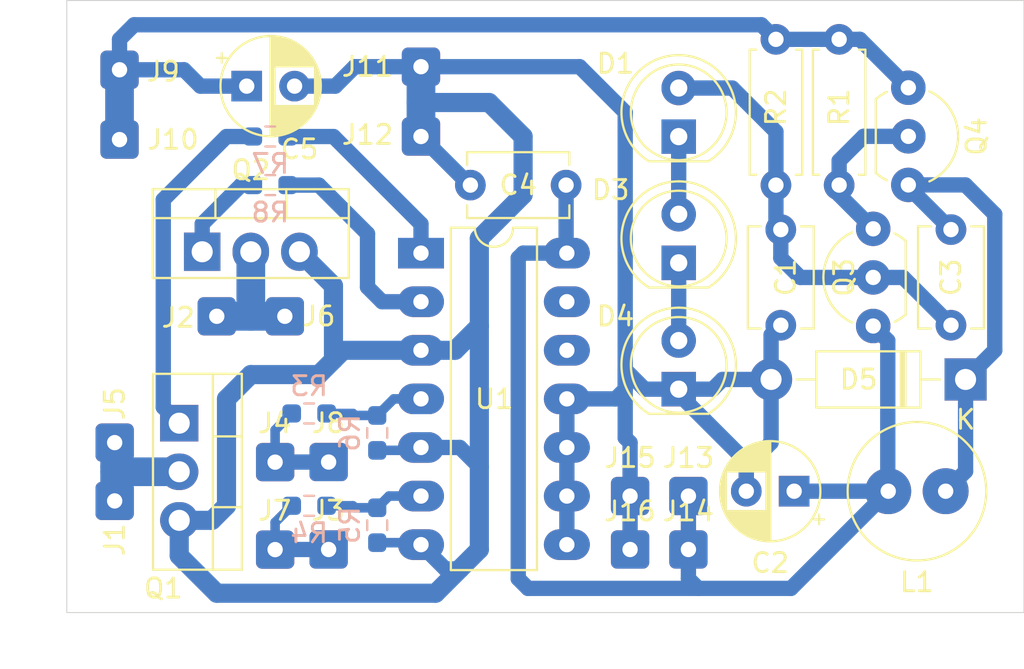
<source format=kicad_pcb>
(kicad_pcb (version 20240108) (generator "pcbnew") (generator_version "8.0")
  (layers (0 "F.Cu" signal) (31 "B.Cu" signal) (34 "B.Paste" user) (35 "F.Paste" user) (36 "B.SilkS" user "B.Silkscreen") (37 "F.SilkS" user "F.Silkscreen") (38 "B.Mask" user) (39 "F.Mask" user) (44 "Edge.Cuts" user))
  (net 0 "")
  (net 1 "Net-(D1-A)")
  (net 2 "GND")
  (net 3 "/Vo")
  (net 4 "Net-(D5-K)")
  (net 5 "VCC")
  (net 6 "Net-(D1-K)")
  (net 7 "Net-(D3-K)")
  (net 8 "/A")
  (net 9 "/B")
  (net 10 "/Set")
  (net 11 "/Reset")
  (net 12 "Net-(Q1-G)")
  (net 13 "Net-(Q2-G)")
  (net 14 "Net-(Q3-C)")
  (net 17 "Net-(U1A-R)")
  (net 18 "Net-(U1A-S)")
  (net 19 "Net-(U1A-Q)")
  (net 20 "Net-(U1A-~{Q})")
  (footprint "Resistor_THT:R_Axial_DIN0207_L6.3mm_D2.5mm_P7.62mm_Horizontal" (layer "F.Cu") (at 115.316 85.852 -90)
    (property "Reference" "R2" (at 3.556 0 90) (layer "F.SilkS"))
    (property "Value" "12k")
    (pad "1" thru_hole circle (at 0 0 270) (size 1.6 1.6) (drill 0.8) (layers "*.Cu" "*.Mask") (net 5 "VCC"))
    (pad "2" thru_hole oval (at 7.62 0 270) (size 1.6 1.6) (drill 0.8) (layers "*.Cu" "*.Mask") (net 1 "Net-(D1-A)"))
  )
  (footprint "Connector_Wire:SolderWire-0.1sqmm_1x01_D0.4mm_OD1mm" (layer "F.Cu") (at 110.744 112.522)
    (property "Reference" "J14" (at 0 -2 0) (layer "F.SilkS"))
    (property "Value" "Conn_01x01_Pin")
    (pad "1" thru_hole roundrect (at 0 0) (size 2 2) (drill 0.8) (layers "*.Cu" "*.Mask") (roundrect_rratio 0.15625) (net 3 "/Vo"))
  )
  (footprint "Package_TO_SOT_THT:TO-92L_Inline_Wide" (layer "F.Cu") (at 122.232 88.382 -90)
    (property "Reference" "Q4" (at 2.54 -3.56 90) (layer "F.SilkS"))
    (property "Value" "Q_PNP_EBC")
    (pad "1" thru_hole circle (at 0 0 270) (size 1.8 1.8) (drill 0.8) (layers "*.Cu" "*.Mask") (net 5 "VCC"))
    (pad "2" thru_hole circle (at 2.54 0 270) (size 1.8 1.8) (drill 0.8) (layers "*.Cu" "*.Mask") (net 14 "Net-(Q3-C)"))
    (pad "3" thru_hole circle (at 5.08 0 270) (size 1.8 1.8) (drill 0.8) (layers "*.Cu" "*.Mask") (net 4 "Net-(D5-K)"))
  )
  (footprint "Resistor_THT:R_Axial_DIN0207_L6.3mm_D2.5mm_P7.62mm_Horizontal" (layer "F.Cu") (at 118.618 85.852 -90)
    (property "Reference" "R1" (at 3.556 0 90) (layer "F.SilkS"))
    (property "Value" "470")
    (pad "1" thru_hole circle (at 0 0 270) (size 1.6 1.6) (drill 0.8) (layers "*.Cu" "*.Mask") (net 5 "VCC"))
    (pad "2" thru_hole oval (at 7.62 0 270) (size 1.6 1.6) (drill 0.8) (layers "*.Cu" "*.Mask") (net 14 "Net-(Q3-C)"))
  )
  (footprint "Connector_Wire:SolderWire-0.1sqmm_1x01_D0.4mm_OD1mm" (layer "F.Cu") (at 91.948 107.95 90)
    (property "Reference" "J8" (at 2.037 -0.015 0) (layer "F.SilkS"))
    (property "Value" "Conn_01x01_Pin")
    (pad "1" thru_hole roundrect (at 0 0 90) (size 2 2) (drill 0.8) (layers "*.Cu" "*.Mask") (roundrect_rratio 0.15625) (net 11 "/Reset"))
  )
  (footprint "Diode_THT:D_DO-41_SOD81_P10.16mm_Horizontal" (layer "F.Cu") (at 125.222 103.632 180)
    (property "Reference" "D5" (at 5.588 0 180) (layer "F.SilkS"))
    (property "Value" "1N5817")
    (fp_text user "K" (at 0 -2.1 180) (layer "F.SilkS"))
    (pad "1" thru_hole rect (at 0 0 180) (size 2.2 2.2) (drill 1.1) (layers "*.Cu" "*.Mask") (net 4 "Net-(D5-K)"))
    (pad "2" thru_hole oval (at 10.16 0 180) (size 2.2 2.2) (drill 1.1) (layers "*.Cu" "*.Mask") (net 2 "GND"))
  )
  (footprint "Connector_Wire:SolderWire-0.1sqmm_1x01_D0.4mm_OD1mm" (layer "F.Cu") (at 107.696 109.728)
    (property "Reference" "J15" (at 0 -2 0) (layer "F.SilkS"))
    (property "Value" "Conn_01x01_Pin")
    (pad "1" thru_hole roundrect (at 0 0) (size 2 2) (drill 0.8) (layers "*.Cu" "*.Mask") (roundrect_rratio 0.15625) (net 2 "GND"))
  )
  (footprint "Connector_Wire:SolderWire-0.1sqmm_1x01_D0.4mm_OD1mm" (layer "F.Cu") (at 80.772 109.982 90)
    (property "Reference" "J1" (at -2.032 0 -90) (layer "F.SilkS"))
    (property "Value" "Conn_01x01_Pin")
    (pad "1" thru_hole roundrect (at 0 0 90) (size 2 2) (drill 0.8) (layers "*.Cu" "*.Mask") (roundrect_rratio 0.15625) (net 8 "/A"))
  )
  (footprint "Capacitor_THT:C_Disc_D5.1mm_W3.2mm_P5.00mm" (layer "F.Cu") (at 124.46 100.798 90)
    (property "Reference" "C3" (at 2.5 0 -90) (layer "F.SilkS"))
    (property "Value" "4n7")
    (pad "1" thru_hole circle (at 0 0 90) (size 1.6 1.6) (drill 0.8) (layers "*.Cu" "*.Mask") (net 1 "Net-(D1-A)"))
    (pad "2" thru_hole circle (at 5 0 90) (size 1.6 1.6) (drill 0.8) (layers "*.Cu" "*.Mask") (net 4 "Net-(D5-K)"))
  )
  (footprint "Capacitor_THT:CP_Radial_D5.0mm_P2.50mm" (layer "F.Cu") (at 116.267113 109.474 180)
    (property "Reference" "C2" (at 1.25 -3.75 180) (layer "F.SilkS"))
    (property "Value" "100u")
    (pad "1" thru_hole rect (at 0 0 180) (size 1.6 1.6) (drill 0.8) (layers "*.Cu" "*.Mask") (net 3 "/Vo"))
    (pad "2" thru_hole circle (at 2.5 0 180) (size 1.6 1.6) (drill 0.8) (layers "*.Cu" "*.Mask") (net 2 "GND"))
  )
  (footprint "Package_DIP:DIP-14_W7.62mm_LongPads" (layer "F.Cu") (at 96.774 97.028)
    (property "Reference" "U1" (at 3.825 7.625 0) (layer "F.SilkS"))
    (property "Value" "4013")
    (pad "1" thru_hole rect (at 0 0) (size 2.4 1.6) (drill 0.8) (layers "*.Cu" "*.Mask") (net 19 "Net-(U1A-Q)"))
    (pad "2" thru_hole oval (at 0 2.54) (size 2.4 1.6) (drill 0.8) (layers "*.Cu" "*.Mask") (net 20 "Net-(U1A-~{Q})"))
    (pad "3" thru_hole oval (at 0 5.08) (size 2.4 1.6) (drill 0.8) (layers "*.Cu" "*.Mask") (net 2 "GND"))
    (pad "4" thru_hole oval (at 0 7.62) (size 2.4 1.6) (drill 0.8) (layers "*.Cu" "*.Mask") (net 17 "Net-(U1A-R)"))
    (pad "5" thru_hole oval (at 0 10.16) (size 2.4 1.6) (drill 0.8) (layers "*.Cu" "*.Mask") (net 2 "GND"))
    (pad "6" thru_hole oval (at 0 12.7) (size 2.4 1.6) (drill 0.8) (layers "*.Cu" "*.Mask") (net 18 "Net-(U1A-S)"))
    (pad "7" thru_hole oval (at 0 15.24) (size 2.4 1.6) (drill 0.8) (layers "*.Cu" "*.Mask") (net 2 "GND"))
    (pad "8" thru_hole oval (at 7.62 15.24) (size 2.4 1.6) (drill 0.8) (layers "*.Cu" "*.Mask") (net 2 "GND"))
    (pad "9" thru_hole oval (at 7.62 12.7) (size 2.4 1.6) (drill 0.8) (layers "*.Cu" "*.Mask") (net 2 "GND"))
    (pad "10" thru_hole oval (at 7.62 10.16) (size 2.4 1.6) (drill 0.8) (layers "*.Cu" "*.Mask") (net 2 "GND"))
    (pad "11" thru_hole oval (at 7.62 7.62) (size 2.4 1.6) (drill 0.8) (layers "*.Cu" "*.Mask") (net 2 "GND"))
    (pad "12" thru_hole oval (at 7.62 5.08) (size 2.4 1.6) (drill 0.8) (layers "*.Cu" "*.Mask"))
    (pad "13" thru_hole oval (at 7.62 2.54) (size 2.4 1.6) (drill 0.8) (layers "*.Cu" "*.Mask"))
    (pad "14" thru_hole oval (at 7.62 0) (size 2.4 1.6) (drill 0.8) (layers "*.Cu" "*.Mask") (net 3 "/Vo"))
  )
  (footprint "Package_TO_SOT_THT:TO-220-3_Vertical" (layer "F.Cu") (at 85.344 96.957)
    (property "Reference" "Q2" (at 2.54 -4.27 0) (layer "F.SilkS"))
    (property "Value" "IRFZ44N")
    (pad "1" thru_hole rect (at 0 0) (size 1.905 2) (drill 1.1) (layers "*.Cu" "*.Mask") (net 13 "Net-(Q2-G)"))
    (pad "2" thru_hole oval (at 2.54 0) (size 1.905 2) (drill 1.1) (layers "*.Cu" "*.Mask") (net 9 "/B"))
    (pad "3" thru_hole oval (at 5.08 0) (size 1.905 2) (drill 1.1) (layers "*.Cu" "*.Mask") (net 2 "GND"))
  )
  (footprint "Capacitor_THT:C_Disc_D5.1mm_W3.2mm_P5.00mm" (layer "F.Cu") (at 115.57 95.798 -90)
    (property "Reference" "C1" (at 2.5 -0.254 90) (layer "F.SilkS"))
    (property "Value" "10n")
    (pad "1" thru_hole circle (at 0 0 270) (size 1.6 1.6) (drill 0.8) (layers "*.Cu" "*.Mask") (net 1 "Net-(D1-A)"))
    (pad "2" thru_hole circle (at 5 0 270) (size 1.6 1.6) (drill 0.8) (layers "*.Cu" "*.Mask") (net 2 "GND"))
  )
  (footprint "Connector_Wire:SolderWire-0.1sqmm_1x01_D0.4mm_OD1mm" (layer "F.Cu") (at 86.106 100.33 90)
    (property "Reference" "J2" (at -0.066 -2.015 0) (layer "F.SilkS"))
    (property "Value" "Conn_01x01_Pin")
    (pad "1" thru_hole roundrect (at 0 0 90) (size 2 2) (drill 0.8) (layers "*.Cu" "*.Mask") (roundrect_rratio 0.15625) (net 9 "/B"))
  )
  (footprint "Connector_Wire:SolderWire-0.1sqmm_1x01_D0.4mm_OD1mm" (layer "F.Cu") (at 96.774 87.282)
    (property "Reference" "J11" (at -2.794 0 0) (layer "F.SilkS"))
    (property "Value" "Conn_01x01_Pin")
    (pad "1" thru_hole roundrect (at 0 0) (size 2 2) (drill 0.8) (layers "*.Cu" "*.Mask") (roundrect_rratio 0.15625) (net 2 "GND"))
  )
  (footprint "Capacitor_THT:C_Disc_D5.1mm_W3.2mm_P5.00mm" (layer "F.Cu") (at 104.354 93.472 180)
    (property "Reference" "C4" (at 2.5 0 180) (layer "F.SilkS"))
    (property "Value" "0.1u")
    (pad "1" thru_hole circle (at 0 0 180) (size 1.6 1.6) (drill 0.8) (layers "*.Cu" "*.Mask") (net 3 "/Vo"))
    (pad "2" thru_hole circle (at 5 0 180) (size 1.6 1.6) (drill 0.8) (layers "*.Cu" "*.Mask") (net 2 "GND"))
  )
  (footprint "Connector_Wire:SolderWire-0.1sqmm_1x01_D0.4mm_OD1mm" (layer "F.Cu") (at 110.744 109.728)
    (property "Reference" "J13" (at 0 -2 0) (layer "F.SilkS"))
    (property "Value" "Conn_01x01_Pin")
    (pad "1" thru_hole roundrect (at 0 0) (size 2 2) (drill 0.8) (layers "*.Cu" "*.Mask") (roundrect_rratio 0.15625) (net 3 "/Vo"))
  )
  (footprint "Connector_Wire:SolderWire-0.1sqmm_1x01_D0.4mm_OD1mm" (layer "F.Cu") (at 81.026 91.092)
    (property "Reference" "J10" (at 2.794 0 0) (layer "F.SilkS"))
    (property "Value" "Conn_01x01_Pin")
    (pad "1" thru_hole roundrect (at 0 0) (size 2 2) (drill 0.8) (layers "*.Cu" "*.Mask") (roundrect_rratio 0.15625) (net 5 "VCC"))
  )
  (footprint "Connector_Wire:SolderWire-0.1sqmm_1x01_D0.4mm_OD1mm" (layer "F.Cu") (at 89.662 100.33 90)
    (property "Reference" "J6" (at 0 1.778 0) (layer "F.SilkS"))
    (property "Value" "Conn_01x01_Pin")
    (pad "1" thru_hole roundrect (at 0 0 90) (size 2 2) (drill 0.8) (layers "*.Cu" "*.Mask") (roundrect_rratio 0.15625) (net 9 "/B"))
  )
  (footprint "Connector_Wire:SolderWire-0.1sqmm_1x01_D0.4mm_OD1mm" (layer "F.Cu") (at 107.696 112.522)
    (property "Reference" "J16" (at 0 -2 0) (layer "F.SilkS"))
    (property "Value" "Conn_01x01_Pin")
    (pad "1" thru_hole roundrect (at 0 0) (size 2 2) (drill 0.8) (layers "*.Cu" "*.Mask") (roundrect_rratio 0.15625) (net 2 "GND"))
  )
  (footprint "Capacitor_THT:CP_Radial_D5.0mm_P2.50mm" (layer "F.Cu") (at 87.67 88.298)
    (property "Reference" "C5" (at 2.754 3.302 0) (layer "F.SilkS"))
    (property "Value" "100u")
    (pad "1" thru_hole rect (at 0 0) (size 1.6 1.6) (drill 0.8) (layers "*.Cu" "*.Mask") (net 5 "VCC"))
    (pad "2" thru_hole circle (at 2.5 0) (size 1.6 1.6) (drill 0.8) (layers "*.Cu" "*.Mask") (net 2 "GND"))
  )
  (footprint "Connector_Wire:SolderWire-0.1sqmm_1x01_D0.4mm_OD1mm" (layer "F.Cu") (at 89.154 107.955 90)
    (property "Reference" "J4" (at 2.037 -0.015 0) (layer "F.SilkS"))
    (property "Value" "Conn_01x01_Pin")
    (pad "1" thru_hole roundrect (at 0 0 90) (size 2 2) (drill 0.8) (layers "*.Cu" "*.Mask") (roundrect_rratio 0.15625) (net 11 "/Reset"))
  )
  (footprint "LED_THT:LED_D5.0mm" (layer "F.Cu") (at 110.236 97.536 90)
    (property "Reference" "D3" (at 3.81 -3.556 180) (layer "F.SilkS"))
    (property "Value" "LED")
    (pad "1" thru_hole rect (at 0 0 90) (size 1.8 1.8) (drill 0.9) (layers "*.Cu" "*.Mask") (net 7 "Net-(D3-K)"))
    (pad "2" thru_hole circle (at 2.54 0 90) (size 1.8 1.8) (drill 0.9) (layers "*.Cu" "*.Mask") (net 6 "Net-(D1-K)"))
  )
  (footprint "Package_TO_SOT_THT:TO-92L_Inline_Wide" (layer "F.Cu") (at 120.396 100.838 90)
    (property "Reference" "Q3" (at 2.54 -1.524 -90) (layer "F.SilkS"))
    (property "Value" "Q_NPN_EBC")
    (pad "1" thru_hole circle (at 0 0 90) (size 1.8 1.8) (drill 0.8) (layers "*.Cu" "*.Mask") (net 3 "/Vo"))
    (pad "2" thru_hole circle (at 2.54 0 90) (size 1.8 1.8) (drill 0.8) (layers "*.Cu" "*.Mask") (net 1 "Net-(D1-A)"))
    (pad "3" thru_hole circle (at 5.08 0 90) (size 1.8 1.8) (drill 0.8) (layers "*.Cu" "*.Mask") (net 14 "Net-(Q3-C)"))
  )
  (footprint "Connector_Wire:SolderWire-0.1sqmm_1x01_D0.4mm_OD1mm" (layer "F.Cu") (at 91.948 112.522 90)
    (property "Reference" "J3" (at 2.037 -0.015 0) (layer "F.SilkS"))
    (property "Value" "Conn_01x01_Pin")
    (pad "1" thru_hole roundrect (at 0 0 90) (size 2 2) (drill 0.8) (layers "*.Cu" "*.Mask") (roundrect_rratio 0.15625) (net 10 "/Set"))
  )
  (footprint "Connector_Wire:SolderWire-0.1sqmm_1x01_D0.4mm_OD1mm" (layer "F.Cu") (at 89.154 112.527 90)
    (property "Reference" "J7" (at 2.037 -0.015 0) (layer "F.SilkS"))
    (property "Value" "Conn_01x01_Pin")
    (pad "1" thru_hole roundrect (at 0 0 90) (size 2 2) (drill 0.8) (layers "*.Cu" "*.Mask") (roundrect_rratio 0.15625) (net 10 "/Set"))
  )
  (footprint "Connector_Wire:SolderWire-0.1sqmm_1x01_D0.4mm_OD1mm" (layer "F.Cu") (at 80.772 106.934 90)
    (property "Reference" "J5" (at 2.032 0 -90) (layer "F.SilkS"))
    (property "Value" "Conn_01x01_Pin")
    (pad "1" thru_hole roundrect (at 0 0 90) (size 2 2) (drill 0.8) (layers "*.Cu" "*.Mask") (roundrect_rratio 0.15625) (net 8 "/A"))
  )
  (footprint "Package_TO_SOT_THT:TO-220-3_Vertical" (layer "F.Cu") (at 84.145 105.918 -90)
    (property "Reference" "Q1" (at 8.636 0.833 180) (layer "F.SilkS"))
    (property "Value" "IRFZ44N")
    (pad "1" thru_hole rect (at 0 0 270) (size 1.905 2) (drill 1.1) (layers "*.Cu" "*.Mask") (net 12 "Net-(Q1-G)"))
    (pad "2" thru_hole oval (at 2.54 0 270) (size 1.905 2) (drill 1.1) (layers "*.Cu" "*.Mask") (net 8 "/A"))
    (pad "3" thru_hole oval (at 5.08 0 270) (size 1.905 2) (drill 1.1) (layers "*.Cu" "*.Mask") (net 2 "GND"))
  )
  (footprint "Inductor_THT:L_Radial_D7.0mm_P3.00mm" (layer "F.Cu") (at 124.182 109.474 180)
    (property "Reference" "L1" (at 1.5 -4.75 180) (layer "F.SilkS"))
    (property "Value" "L")
    (pad "1" thru_hole circle (at 0 0 180) (size 2.4 2.4) (drill 0.8) (layers "*.Cu" "*.Mask") (net 4 "Net-(D5-K)"))
    (pad "2" thru_hole circle (at 3 0 180) (size 2.4 2.4) (drill 0.8) (layers "*.Cu" "*.Mask") (net 3 "/Vo"))
  )
  (footprint "Connector_Wire:SolderWire-0.1sqmm_1x01_D0.4mm_OD1mm" (layer "F.Cu") (at 81.026 87.442)
    (property "Reference" "J9" (at 2.286 0.094 0) (layer "F.SilkS"))
    (property "Value" "Conn_01x01_Pin")
    (pad "1" thru_hole roundrect (at 0 0) (size 2 2) (drill 0.8) (layers "*.Cu" "*.Mask") (roundrect_rratio 0.15625) (net 5 "VCC"))
  )
  (footprint "Connector_Wire:SolderWire-0.1sqmm_1x01_D0.4mm_OD1mm" (layer "F.Cu") (at 96.774 90.932)
    (property "Reference" "J12" (at -2.794 -0.094 0) (layer "F.SilkS"))
    (property "Value" "Conn_01x01_Pin")
    (pad "1" thru_hole roundrect (at 0 0) (size 2 2) (drill 0.8) (layers "*.Cu" "*.Mask") (roundrect_rratio 0.15625) (net 2 "GND"))
  )
  (footprint "LED_THT:LED_D5.0mm" (layer "F.Cu") (at 110.236 90.937 90)
    (property "Reference" "D1" (at 3.815 -3.302 180) (layer "F.SilkS"))
    (property "Value" "LED")
    (pad "1" thru_hole rect (at 0 0 90) (size 1.8 1.8) (drill 0.9) (layers "*.Cu" "*.Mask") (net 6 "Net-(D1-K)"))
    (pad "2" thru_hole circle (at 2.54 0 90) (size 1.8 1.8) (drill 0.9) (layers "*.Cu" "*.Mask") (net 1 "Net-(D1-A)"))
  )
  (footprint "LED_THT:LED_D5.0mm" (layer "F.Cu") (at 110.236 104.14 90)
    (property "Reference" "D4" (at 3.81 -3.302 0) (layer "F.SilkS"))
    (property "Value" "LED")
    (pad "1" thru_hole rect (at 0 0 90) (size 1.8 1.8) (drill 0.9) (layers "*.Cu" "*.Mask") (net 2 "GND"))
    (pad "2" thru_hole circle (at 2.54 0 90) (size 1.8 1.8) (drill 0.9) (layers "*.Cu" "*.Mask") (net 7 "Net-(D3-K)"))
  )
  (footprint "Resistor_SMD:R_0603_1608Metric_Pad0.98x0.95mm_HandSolder" (layer "B.Cu") (at 88.9 93.472)
    (property "Reference" "R8" (at 0 1.43 360) (layer "B.SilkS") (effects (justify mirror)))
    (property "Value" "560")
    (pad "1" smd roundrect (at -0.9125 0) (size 0.975 0.95) (layers "B.Cu" "B.Paste" "B.Mask") (net 13 "Net-(Q2-G)"))
    (pad "2" smd roundrect (at 0.9125 0) (size 0.975 0.95) (layers "B.Cu" "B.Paste" "B.Mask") (net 20 "Net-(U1A-~{Q})"))
  )
  (footprint "Resistor_SMD:R_0603_1608Metric_Pad0.98x0.95mm_HandSolder" (layer "B.Cu") (at 94.488 106.426 -90)
    (property "Reference" "R6" (at 0 1.43 90) (layer "B.SilkS") (effects (justify mirror)))
    (property "Value" "12k")
    (pad "1" smd roundrect (at -0.9125 0 270) (size 0.975 0.95) (layers "B.Cu" "B.Paste" "B.Mask") (net 17 "Net-(U1A-R)"))
    (pad "2" smd roundrect (at 0.9125 0 270) (size 0.975 0.95) (layers "B.Cu" "B.Paste" "B.Mask") (net 2 "GND"))
  )
  (footprint "Resistor_SMD:R_0603_1608Metric_Pad0.98x0.95mm_HandSolder" (layer "B.Cu") (at 90.932 110.236)
    (property "Reference" "R4" (at 0 1.43 360) (layer "B.SilkS") (effects (justify mirror)))
    (property "Value" "1k")
    (pad "1" smd roundrect (at -0.9125 0) (size 0.975 0.95) (layers "B.Cu" "B.Paste" "B.Mask") (net 10 "/Set"))
    (pad "2" smd roundrect (at 0.9125 0) (size 0.975 0.95) (layers "B.Cu" "B.Paste" "B.Mask") (net 18 "Net-(U1A-S)"))
  )
  (footprint "Resistor_SMD:R_0603_1608Metric_Pad0.98x0.95mm_HandSolder" (layer "B.Cu") (at 90.932 105.41 180)
    (property "Reference" "R3" (at 0 1.43 180) (layer "B.SilkS") (effects (justify mirror)))
    (property "Value" "1k")
    (pad "1" smd roundrect (at -0.9125 0 180) (size 0.975 0.95) (layers "B.Cu" "B.Paste" "B.Mask") (net 17 "Net-(U1A-R)"))
    (pad "2" smd roundrect (at 0.9125 0 180) (size 0.975 0.95) (layers "B.Cu" "B.Paste" "B.Mask") (net 11 "/Reset"))
  )
  (footprint "Resistor_SMD:R_0603_1608Metric_Pad0.98x0.95mm_HandSolder" (layer "B.Cu") (at 88.9 90.932)
    (property "Reference" "R7" (at 0 1.43 360) (layer "B.SilkS") (effects (justify mirror)))
    (property "Value" "560")
    (pad "1" smd roundrect (at -0.9125 0) (size 0.975 0.95) (layers "B.Cu" "B.Paste" "B.Mask") (net 12 "Net-(Q1-G)"))
    (pad "2" smd roundrect (at 0.9125 0) (size 0.975 0.95) (layers "B.Cu" "B.Paste" "B.Mask") (net 19 "Net-(U1A-Q)"))
  )
  (footprint "Resistor_SMD:R_0603_1608Metric_Pad0.98x0.95mm_HandSolder" (layer "B.Cu") (at 94.488 111.252 -90)
    (property "Reference" "R5" (at 0 1.43 90) (layer "B.SilkS") (effects (justify mirror)))
    (property "Value" "12k")
    (pad "1" smd roundrect (at -0.9125 0 270) (size 0.975 0.95) (layers "B.Cu" "B.Paste" "B.Mask") (net 18 "Net-(U1A-S)"))
    (pad "2" smd roundrect (at 0.9125 0 270) (size 0.975 0.95) (layers "B.Cu" "B.Paste" "B.Mask") (net 2 "GND"))
  )
  (gr_rect (start 78.27 83.82) (end 128.27 115.82) (stroke (width 0.05)) (fill none) (layer "Edge.Cuts"))
  (segment (start 113.032792 88.397) (end 115.316 90.680208) (width 0.8) (layer "B.Cu") (net 1))
  (segment (start 115.316 90.680208) (end 115.316 93.472) (width 0.8) (layer "B.Cu") (net 1))
  (segment (start 115.316 93.472) (end 115.316 95.544) (width 0.8) (layer "B.Cu") (net 1))
  (segment (start 115.316 95.544) (end 115.57 95.798) (width 0.8) (layer "B.Cu") (net 1))
  (segment (start 121.96 98.298) (end 124.46 100.798) (width 0.8) (layer "B.Cu") (net 1))
  (segment (start 115.57 95.798) (end 115.57 97.282) (width 0.8) (layer "B.Cu") (net 1))
  (segment (start 110.236 88.397) (end 113.032792 88.397) (width 0.8) (layer "B.Cu") (net 1))
  (segment (start 116.586 98.298) (end 120.396 98.298) (width 0.8) (layer "B.Cu") (net 1))
  (segment (start 115.57 97.282) (end 116.586 98.298) (width 0.8) (layer "B.Cu") (net 1))
  (segment (start 120.396 98.298) (end 121.96 98.298) (width 0.8) (layer "B.Cu") (net 1))
  (segment (start 96.774 107.188) (end 98.806 107.188) (width 0.8) (layer "B.Cu") (net 2))
  (segment (start 104.394 104.648) (end 104.394 107.188) (width 0.8) (layer "B.Cu") (net 2))
  (segment (start 98.552 102.108) (end 99.822 100.838) (width 1) (layer "B.Cu") (net 2))
  (segment (start 91.44 103.378) (end 92.202 102.616) (width 1) (layer "B.Cu") (net 2))
  (segment (start 110.236 104.394) (end 110.236 104.14) (width 0.8) (layer "B.Cu") (net 2))
  (segment (start 115.062 101.306) (end 115.57 100.798) (width 0.8) (layer "B.Cu") (net 2))
  (segment (start 96.774 87.282) (end 105.062 87.282) (width 0.8) (layer "B.Cu") (net 2))
  (segment (start 90.17 88.298) (end 92.296 88.298) (width 0.8) (layer "B.Cu") (net 2))
  (segment (start 99.822 112.522) (end 99.822 108.204) (width 1) (layer "B.Cu") (net 2))
  (segment (start 104.394 104.648) (end 106.934 104.648) (width 0.8) (layer "B.Cu") (net 2))
  (segment (start 99.822 108.204) (end 99.822 100.838) (width 1) (layer "B.Cu") (net 2))
  (segment (start 107.696 106.934) (end 107.696 109.728) (width 0.8) (layer "B.Cu") (net 2))
  (segment (start 104.394 107.188) (end 104.394 109.728) (width 0.8) (layer "B.Cu") (net 2))
  (segment (start 87.884 103.378) (end 91.44 103.378) (width 1) (layer "B.Cu") (net 2))
  (segment (start 107.442 103.378) (end 107.442 103.124) (width 0.8) (layer "B.Cu") (net 2))
  (segment (start 96.6235 107.3385) (end 96.774 107.188) (width 0.5) (layer "B.Cu") (net 2))
  (segment (start 107.696 109.728) (end 107.696 112.522) (width 0.8) (layer "B.Cu") (net 2))
  (segment (start 107.442 103.378) (end 107.442 106.68) (width 0.8) (layer "B.Cu") (net 2))
  (segment (start 107.442 104.14) (end 107.442 103.378) (width 0.8) (layer "B.Cu") (net 2))
  (segment (start 96.6705 112.1645) (end 96.774 112.268) (width 0.5) (layer "B.Cu") (net 2))
  (segment (start 113.767113 108.228887) (end 113.767113 109.474) (width 0.8) (layer "B.Cu") (net 2))
  (segment (start 102.108 93.98) (end 102.108 90.932) (width 1) (layer "B.Cu") (net 2))
  (segment (start 108.458 104.14) (end 110.236 104.14) (width 0.8) (layer "B.Cu") (net 2))
  (segment (start 84.145 112.847) (end 86.106 114.808) (width 1) (layer "B.Cu") (net 2))
  (segment (start 105.062 87.282) (end 107.442 89.662) (width 0.8) (layer "B.Cu") (net 2))
  (segment (start 96.774 89.154) (end 96.774 90.932) (width 1.5) (layer "B.Cu") (net 2))
  (segment (start 92.202 102.616) (end 92.202 98.735) (width 1) (layer "B.Cu") (net 2))
  (segment (start 115.062 103.632) (end 115.062 106.934) (width 0.8) (layer "B.Cu") (net 2))
  (segment (start 102.108 90.932) (end 100.33 89.154) (width 1) (layer "B.Cu") (net 2))
  (segment (start 106.934 104.648) (end 107.442 104.14) (width 0.8) (layer "B.Cu") (net 2))
  (segment (start 86.106 114.808) (end 97.536 114.808) (width 1) (layer "B.Cu") (net 2))
  (segment (start 92.71 102.108) (end 92.202 102.616) (width 1) (layer "B.Cu") (net 2))
  (segment (start 99.822 100.838) (end 99.822 96.266) (width 1) (layer "B.Cu") (net 2))
  (segment (start 84.145 110.998) (end 85.852 110.998) (width 1) (layer "B.Cu") (net 2))
  (segment (start 110.236 104.14) (end 112.014 104.14) (width 0.8) (layer "B.Cu") (net 2))
  (segment (start 107.442 103.124) (end 108.458 104.14) (width 0.8) (layer "B.Cu") (net 2))
  (segment (start 94.488 107.3385) (end 96.6235 107.3385) (width 0.5) (layer "B.Cu") (net 2))
  (segment (start 96.774 112.268) (end 98.044 113.538) (width 0.8) (layer "B.Cu") (net 2))
  (segment (start 99.314 93.472) (end 96.774 90.932) (width 0.8) (layer "B.Cu") (net 2))
  (segment (start 113.767113 107.925113) (end 110.236 104.394) (width 0.8) (layer "B.Cu") (net 2))
  (segment (start 113.767113 109.068113) (end 113.767113 109.474) (width 0.8) (layer "B.Cu") (net 2))
  (segment (start 99.822 96.266) (end 102.108 93.98) (width 1) (layer "B.Cu") (net 2))
  (segment (start 96.774 87.282) (end 96.774 89.154) (width 1.5) (layer "B.Cu") (net 2))
  (segment (start 115.062 106.934) (end 113.767113 108.228887) (width 0.8) (layer "B.Cu") (net 2))
  (segment (start 84.145 110.998) (end 84.145 112.847) (width 1) (layer "B.Cu") (net 2))
  (segment (start 85.852 110.998) (end 86.614 110.236) (width 1) (layer "B.Cu") (net 2))
  (segment (start 100.33 89.154) (end 96.774 89.154) (width 1) (layer "B.Cu") (net 2))
  (segment (start 98.806 113.538) (end 99.822 112.522) (width 1) (layer "B.Cu") (net 2))
  (segment (start 86.614 110.236) (end 86.614 104.648) (width 1) (layer "B.Cu") (net 2))
  (segment (start 107.442 106.68) (end 107.696 106.934) (width 0.8) (layer "B.Cu") (net 2))
  (segment (start 92.202 98.735) (end 90.424 96.957) (width 1) (layer "B.Cu") (net 2))
  (segment (start 112.014 104.14) (end 112.522 103.632) (width 0.8) (layer "B.Cu") (net 2))
  (segment (start 94.488 112.1645) (end 96.6705 112.1645) (width 0.5) (layer "B.Cu") (net 2))
  (segment (start 99.354 93.472) (end 99.314 93.472) (width 0.8) (layer "B.Cu") (net 2))
  (segment (start 112.522 103.632) (end 115.062 103.632) (width 0.8) (layer "B.Cu") (net 2))
  (segment (start 96.774 102.108) (end 98.552 102.108) (width 1) (layer "B.Cu") (net 2))
  (segment (start 107.442 89.662) (end 107.442 103.124) (width 0.8) (layer "B.Cu") (net 2))
  (segment (start 115.062 103.632) (end 115.062 101.306) (width 0.8) (layer "B.Cu") (net 2))
  (segment (start 96.774 102.108) (end 92.71 102.108) (width 1) (layer "B.Cu") (net 2))
  (segment (start 98.806 107.188) (end 99.822 108.204) (width 0.8) (layer "B.Cu") (net 2))
  (segment (start 97.536 114.808) (end 98.806 113.538) (width 1) (layer "B.Cu") (net 2))
  (segment (start 92.296 88.298) (end 93.312 87.282) (width 0.8) (layer "B.Cu") (net 2))
  (segment (start 86.614 104.648) (end 87.884 103.378) (width 1) (layer "B.Cu") (net 2))
  (segment (start 113.767113 109.474) (end 113.767113 107.925113) (width 0.8) (layer "B.Cu") (net 2))
  (segment (start 93.312 87.282) (end 96.774 87.282) (width 0.8) (layer "B.Cu") (net 2))
  (segment (start 104.394 109.728) (end 104.394 112.268) (width 0.8) (layer "B.Cu") (net 2))
  (segment (start 98.044 113.538) (end 98.806 113.538) (width 0.8) (layer "B.Cu") (net 2))
  (segment (start 110.744 114.046) (end 111.252 114.554) (width 0.8) (layer "B.Cu") (net 3))
  (segment (start 110.744 109.728) (end 110.744 112.522) (width 0.8) (layer "B.Cu") (net 3))
  (segment (start 121.182 109.474) (end 121.158 109.474) (width 0.8) (layer "B.Cu") (net 3))
  (segment (start 102.362 114.554) (end 101.854 114.046) (width 0.8) (layer "B.Cu") (net 3))
  (segment (start 116.102 114.554) (end 111.252 114.554) (width 0.8) (layer "B.Cu") (net 3))
  (segment (start 101.854 97.282) (end 102.108 97.028) (width 0.8) (layer "B.Cu") (net 3))
  (segment (start 102.108 97.028) (end 104.394 97.028) (width 0.8) (layer "B.Cu") (net 3))
  (segment (start 121.158 101.6) (end 121.158 109.45) (width 0.8) (layer "B.Cu") (net 3))
  (segment (start 116.267113 109.474) (end 121.182 109.474) (width 0.8) (layer "B.Cu") (net 3))
  (segment (start 121.158 109.45) (end 121.182 109.474) (width 0.8) (layer "B.Cu") (net 3))
  (segment (start 121.182 109.474) (end 116.102 114.554) (width 0.8) (layer "B.Cu") (net 3))
  (segment (start 120.396 100.838) (end 121.158 101.6) (width 0.8) (layer "B.Cu") (net 3))
  (segment (start 104.354 96.988) (end 104.394 97.028) (width 0.8) (layer "B.Cu") (net 3))
  (segment (start 111.252 114.554) (end 102.362 114.554) (width 0.8) (layer "B.Cu") (net 3))
  (segment (start 104.354 93.472) (end 104.354 96.988) (width 0.8) (layer "B.Cu") (net 3))
  (segment (start 110.744 112.522) (end 110.744 114.046) (width 0.8) (layer "B.Cu") (net 3))
  (segment (start 101.854 114.046) (end 101.854 97.282) (width 0.8) (layer "B.Cu") (net 3))
  (segment (start 126.746 102.108) (end 125.222 103.632) (width 0.8) (layer "B.Cu") (net 4))
  (segment (start 126.746 94.996) (end 126.746 102.108) (width 0.8) (layer "B.Cu") (net 4))
  (segment (start 122.232 93.462) (end 125.212 93.462) (width 0.8) (layer "B.Cu") (net 4))
  (segment (start 125.222 108.434) (end 124.182 109.474) (width 0.8) (layer "B.Cu") (net 4))
  (segment (start 122.232 93.462) (end 122.232 93.57) (width 0.8) (layer "B.Cu") (net 4))
  (segment (start 125.212 93.462) (end 126.746 94.996) (width 0.8) (layer "B.Cu") (net 4))
  (segment (start 122.232 93.57) (end 124.46 95.798) (width 0.8) (layer "B.Cu") (net 4))
  (segment (start 125.222 103.632) (end 125.222 108.434) (width 0.8) (layer "B.Cu") (net 4))
  (segment (start 115.316 85.852) (end 114.554 85.09) (width 0.8) (layer "B.Cu") (net 5))
  (segment (start 118.618 85.852) (end 119.702 85.852) (width 0.8) (layer "B.Cu") (net 5))
  (segment (start 87.67 88.298) (end 85.25 88.298) (width 0.8) (layer "B.Cu") (net 5))
  (segment (start 84.394 87.442) (end 81.026 87.442) (width 0.8) (layer "B.Cu") (net 5))
  (segment (start 81.026 91.092) (end 81.026 87.442) (width 1.5) (layer "B.Cu") (net 5))
  (segment (start 114.554 85.09) (end 81.788 85.09) (width 0.8) (layer "B.Cu") (net 5))
  (segment (start 81.026 85.852) (end 81.026 87.442) (width 0.8) (layer "B.Cu") (net 5))
  (segment (start 115.316 85.852) (end 118.618 85.852) (width 0.8) (layer "B.Cu") (net 5))
  (segment (start 119.702 85.852) (end 122.232 88.382) (width 0.8) (layer "B.Cu") (net 5))
  (segment (start 85.25 88.298) (end 84.394 87.442) (width 0.8) (layer "B.Cu") (net 5))
  (segment (start 81.788 85.09) (end 81.026 85.852) (width 0.8) (layer "B.Cu") (net 5))
  (segment (start 110.236 94.996) (end 110.236 90.937) (width 0.8) (layer "B.Cu") (net 6))
  (segment (start 110.236 97.536) (end 110.236 101.6) (width 0.8) (layer "B.Cu") (net 7))
  (segment (start 84.145 108.458) (end 80.772 108.458) (width 1.5) (layer "B.Cu") (net 8))
  (segment (start 80.772 106.934) (end 80.772 108.204) (width 1.5) (layer "B.Cu") (net 8))
  (segment (start 80.772 108.204) (end 80.772 109.982) (width 1.5) (layer "B.Cu") (net 8))
  (segment (start 86.106 100.33) (end 87.884 100.33) (width 1.5) (layer "B.Cu") (net 9))
  (segment (start 87.884 100.33) (end 89.662 100.33) (width 1.5) (layer "B.Cu") (net 9))
  (segment (start 87.884 96.957) (end 87.884 100.33) (width 1.5) (layer "B.Cu") (net 9))
  (segment (start 89.154 112.527) (end 89.154 111.1015) (width 0.5) (layer "B.Cu") (net 10))
  (segment (start 89.159 112.522) (end 89.154 112.527) (width 0.8) (layer "B.Cu") (net 10))
  (segment (start 91.948 112.522) (end 89.159 112.522) (width 0.8) (layer "B.Cu") (net 10))
  (segment (start 89.154 111.1015) (end 90.0195 110.236) (width 0.5) (layer "B.Cu") (net 10))
  (segment (start 89.154 107.955) (end 89.154 106.2755) (width 0.5) (layer "B.Cu") (net 11))
  (segment (start 89.154 106.2755) (end 90.0195 105.41) (width 0.5) (layer "B.Cu") (net 11))
  (segment (start 91.948 107.95) (end 89.159 107.95) (width 0.8) (layer "B.Cu") (net 11))
  (segment (start 89.159 107.95) (end 89.154 107.955) (width 0.8) (layer "B.Cu") (net 11))
  (segment (start 87.9875 90.932) (end 86.614 90.932) (width 0.8) (layer "B.Cu") (net 12))
  (segment (start 83.312 105.085) (end 84.145 105.918) (width 0.8) (layer "B.Cu") (net 12))
  (segment (start 86.614 90.932) (end 83.312 94.234) (width 0.8) (layer "B.Cu") (net 12))
  (segment (start 83.312 94.234) (end 83.312 105.085) (width 0.8) (layer "B.Cu") (net 12))
  (segment (start 85.344 95.504) (end 85.344 96.957) (width 0.8) (layer "B.Cu") (net 13))
  (segment (start 87.376 93.472) (end 85.344 95.504) (width 0.8) (layer "B.Cu") (net 13))
  (segment (start 87.9875 93.472) (end 87.376 93.472) (width 0.8) (layer "B.Cu") (net 13))
  (segment (start 118.618 92.202) (end 119.898 90.922) (width 0.8) (layer "B.Cu") (net 14))
  (segment (start 118.618 93.472) (end 118.618 92.202) (width 0.8) (layer "B.Cu") (net 14))
  (segment (start 118.618 93.472) (end 118.618 93.98) (width 0.8) (layer "B.Cu") (net 14))
  (segment (start 119.898 90.922) (end 122.232 90.922) (width 0.8) (layer "B.Cu") (net 14))
  (segment (start 118.618 93.98) (end 120.396 95.758) (width 0.8) (layer "B.Cu") (net 14))
  (segment (start 93.3215 105.5135) (end 94.488 105.5135) (width 0.5) (layer "B.Cu") (net 17))
  (segment (start 93.218 105.41) (end 93.3215 105.5135) (width 0.5) (layer "B.Cu") (net 17))
  (segment (start 96.774 104.648) (end 95.3535 104.648) (width 0.5) (layer "B.Cu") (net 17))
  (segment (start 91.8445 105.41) (end 93.218 105.41) (width 0.5) (layer "B.Cu") (net 17))
  (segment (start 95.3535 104.648) (end 94.488 105.5135) (width 0.5) (layer "B.Cu") (net 17))
  (segment (start 96.774 109.728) (end 95.0995 109.728) (width 0.5) (layer "B.Cu") (net 18))
  (segment (start 93.218 110.236) (end 93.3215 110.3395) (width 0.5) (layer "B.Cu") (net 18))
  (segment (start 93.3215 110.3395) (end 94.488 110.3395) (width 0.5) (layer "B.Cu") (net 18))
  (segment (start 95.0995 109.728) (end 94.488 110.3395) (width 0.5) (layer "B.Cu") (net 18))
  (segment (start 91.8445 110.236) (end 93.218 110.236) (width 0.5) (layer "B.Cu") (net 18))
  (segment (start 92.202 90.932) (end 96.774 95.504) (width 0.8) (layer "B.Cu") (net 19))
  (segment (start 89.8125 90.932) (end 92.202 90.932) (width 0.8) (layer "B.Cu") (net 19))
  (segment (start 96.774 95.504) (end 96.774 97.028) (width 0.8) (layer "B.Cu") (net 19))
  (segment (start 94.742 99.568) (end 96.774 99.568) (width 0.8) (layer "B.Cu") (net 20))
  (segment (start 93.98 98.806) (end 94.742 99.568) (width 0.8) (layer "B.Cu") (net 20))
  (segment (start 89.8125 93.472) (end 91.44 93.472) (width 0.8) (layer "B.Cu") (net 20))
  (segment (start 91.44 93.472) (end 93.98 96.012) (width 0.8) (layer "B.Cu") (net 20))
  (segment (start 93.98 96.012) (end 93.98 98.806) (width 0.8) (layer "B.Cu") (net 20))
)
</source>
